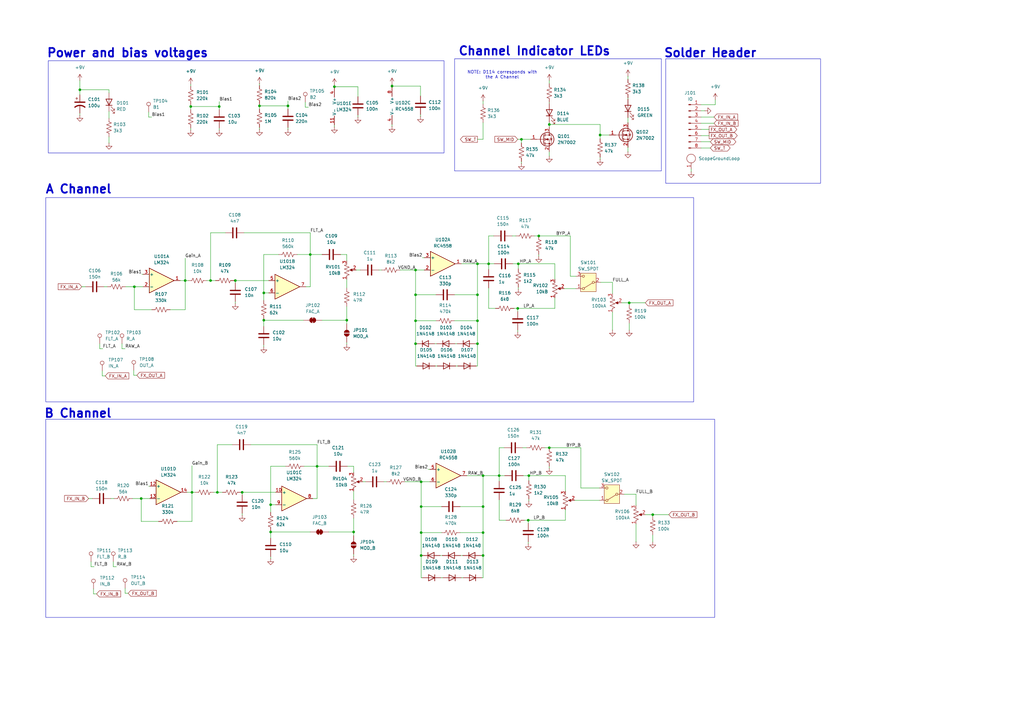
<source format=kicad_sch>
(kicad_sch (version 20231120) (generator "eeschema") (generator_version "8.0")
  (paper "A3")
  (title_block (title "Dual Muff Fuzz Pedal") (rev "3") (company "Hayden Setlik"))
  (junction (at 195.834 120.904))
  (junction (at 142.24 131.318))
  (junction (at 212.344 126.492))
  (junction (at 170.434 131.572))
  (junction (at 195.834 140.97))
  (junction (at 108.204 131.318))
  (junction (at 172.72 207.772))
  (junction (at 267.716 211.074))
  (junction (at 78.74 201.93))
  (junction (at 216.916 195.072))
  (junction (at 198.12 207.772))
  (junction (at 204.724 195.072))
  (junction (at 172.72 218.44))
  (junction (at 258.064 124.206))
  (junction (at 198.12 218.44))
  (junction (at 200.406 108.204))
  (junction (at 55.118 117.602))
  (junction (at 220.98 96.774))
  (junction (at 145.034 218.186))
  (junction (at 75.946 115.062))
  (junction (at 32.766 36.83))
  (junction (at 96.52 115.062))
  (junction (at 225.298 183.642))
  (junction (at 246.126 55.372))
  (junction (at 86.36 115.062))
  (junction (at 170.434 140.97))
  (junction (at 198.12 195.072))
  (junction (at 160.782 35.306))
  (junction (at 110.998 207.01))
  (junction (at 225.298 51.054))
  (junction (at 172.72 197.612))
  (junction (at 110.998 218.186))
  (junction (at 195.834 131.572))
  (junction (at 89.154 201.93))
  (junction (at 216.662 213.36))
  (junction (at 170.434 120.904))
  (junction (at 118.11 43.434))
  (junction (at 198.12 227.838))
  (junction (at 106.426 43.434))
  (junction (at 89.916 43.688))
  (junction (at 212.598 108.204))
  (junction (at 78.232 43.688))
  (junction (at 170.434 110.744))
  (junction (at 172.72 227.838))
  (junction (at 57.912 204.47))
  (junction (at 137.16 35.56))
  (junction (at 130.048 191.262))
  (junction (at 213.868 57.15))
  (junction (at 195.834 108.204))
  (junction (at 127.254 104.394))
  (junction (at 99.314 201.93))
  (junction (at 108.204 120.142))
  (wire (pts (xy 195.834 57.15) (xy 198.12 57.15)))
  (wire (pts (xy 121.92 104.394) (xy 127.254 104.394)))
  (wire (pts (xy 216.662 222.25) (xy 216.662 223.012)))
  (wire (pts (xy 130.048 204.47) (xy 128.27 204.47)))
  (wire (pts (xy 54.864 151.892) (xy 54.864 153.924)))
  (wire (pts (xy 210.82 126.492) (xy 212.344 126.492)))
  (wire (pts (xy 172.466 39.37) (xy 172.466 35.306)))
  (wire (pts (xy 78.232 34.544) (xy 78.232 35.306)))
  (wire (pts (xy 170.434 110.744) (xy 173.99 110.744)))
  (wire (pts (xy 227.584 126.492) (xy 212.344 126.492)))
  (wire (pts (xy 287.528 58.166) (xy 291.338 58.166)))
  (wire (pts (xy 108.204 131.318) (xy 124.46 131.318)))
  (wire (pts (xy 215.138 213.36) (xy 216.662 213.36)))
  (wire (pts (xy 231.902 209.042) (xy 231.902 213.36)))
  (wire (pts (xy 236.22 113.284) (xy 233.934 113.284)))
  (wire (pts (xy 106.426 52.324) (xy 106.426 53.086)))
  (wire (pts (xy 96.012 115.062) (xy 96.52 115.062)))
  (wire (pts (xy 216.916 195.072) (xy 216.916 197.104)))
  (wire (pts (xy 142.24 114.554) (xy 142.24 118.11)))
  (wire (pts (xy 225.298 191.262) (xy 225.298 192.024)))
  (wire (pts (xy 198.12 207.772) (xy 198.12 195.072)))
  (wire (pts (xy 212.344 126.492) (xy 212.344 127.762)))
  (wire (pts (xy 37.338 230.378) (xy 37.338 232.41)))
  (wire (pts (xy 225.298 41.91) (xy 225.298 42.418)))
  (wire (pts (xy 145.034 227.33) (xy 145.034 228.092)))
  (wire (pts (xy 110.998 191.262) (xy 117.094 191.262)))
  (wire (pts (xy 86.36 115.062) (xy 88.392 115.062)))
  (wire (pts (xy 216.916 204.724) (xy 216.916 205.486)))
  (wire (pts (xy 258.064 124.206) (xy 255.016 124.206)))
  (wire (pts (xy 46.482 230.378) (xy 46.482 232.41)))
  (wire (pts (xy 172.72 218.44) (xy 172.72 207.772)))
  (wire (pts (xy 148.844 197.612) (xy 149.86 197.612)))
  (wire (pts (xy 124.714 191.262) (xy 130.048 191.262)))
  (wire (pts (xy 293.37 40.894) (xy 293.37 42.926)))
  (wire (pts (xy 172.72 207.772) (xy 181.102 207.772)))
  (wire (pts (xy 118.11 44.704) (xy 118.11 43.434)))
  (wire (pts (xy 142.494 191.262) (xy 145.034 191.262)))
  (wire (pts (xy 98.806 201.93) (xy 99.314 201.93)))
  (wire (pts (xy 251.206 120.396) (xy 251.206 115.824)))
  (wire (pts (xy 118.11 43.434) (xy 106.426 43.434)))
  (wire (pts (xy 225.298 62.23) (xy 225.298 64.008)))
  (wire (pts (xy 172.72 227.838) (xy 172.72 218.44)))
  (wire (pts (xy 198.12 236.982) (xy 198.12 227.838)))
  (wire (pts (xy 44.704 38.1) (xy 44.704 36.83)))
  (wire (pts (xy 200.406 126.492) (xy 203.2 126.492)))
  (wire (pts (xy 197.612 236.982) (xy 198.12 236.982)))
  (wire (pts (xy 36.322 204.47) (xy 37.846 204.47)))
  (wire (pts (xy 137.16 35.56) (xy 137.16 36.068)))
  (wire (pts (xy 157.48 197.612) (xy 158.496 197.612)))
  (wire (pts (xy 231.902 213.36) (xy 216.662 213.36)))
  (wire (pts (xy 287.528 60.706) (xy 291.338 60.706)))
  (wire (pts (xy 180.848 236.982) (xy 181.61 236.982)))
  (wire (pts (xy 200.406 108.204) (xy 202.692 108.204)))
  (wire (pts (xy 245.872 205.232) (xy 235.712 205.232)))
  (wire (pts (xy 236.22 118.364) (xy 231.394 118.364)))
  (wire (pts (xy 96.52 123.698) (xy 96.52 124.46)))
  (wire (pts (xy 287.528 55.626) (xy 290.83 55.626)))
  (wire (pts (xy 257.556 48.26) (xy 257.556 50.292)))
  (wire (pts (xy 227.584 122.174) (xy 227.584 126.492)))
  (wire (pts (xy 89.154 201.93) (xy 91.186 201.93)))
  (wire (pts (xy 258.064 124.206) (xy 264.668 124.206)))
  (wire (pts (xy 75.946 115.062) (xy 77.216 115.062)))
  (wire (pts (xy 188.976 227.838) (xy 189.738 227.838)))
  (wire (pts (xy 258.064 124.968) (xy 258.064 124.206)))
  (wire (pts (xy 172.72 236.982) (xy 172.72 227.838)))
  (wire (pts (xy 189.23 236.982) (xy 189.992 236.982)))
  (wire (pts (xy 213.868 66.294) (xy 213.868 67.056)))
  (wire (pts (xy 87.63 201.93) (xy 89.154 201.93)))
  (wire (pts (xy 110.998 217.678) (xy 110.998 218.186)))
  (wire (pts (xy 78.232 42.926) (xy 78.232 43.688)))
  (wire (pts (xy 172.466 46.99) (xy 172.466 47.752)))
  (wire (pts (xy 33.528 117.602) (xy 35.052 117.602)))
  (wire (pts (xy 41.91 154.178) (xy 43.18 154.178)))
  (wire (pts (xy 146.812 35.56) (xy 137.16 35.56)))
  (wire (pts (xy 102.87 182.372) (xy 130.048 182.372)))
  (wire (pts (xy 110.998 210.058) (xy 110.998 207.01)))
  (wire (pts (xy 110.998 218.186) (xy 127.254 218.186)))
  (wire (pts (xy 75.946 105.918) (xy 75.946 115.062)))
  (wire (pts (xy 38.354 243.586) (xy 39.624 243.586)))
  (wire (pts (xy 50.038 140.97) (xy 50.038 143.002)))
  (wire (pts (xy 195.834 108.204) (xy 189.23 108.204)))
  (wire (pts (xy 170.434 150.114) (xy 170.434 140.97)))
  (wire (pts (xy 210.312 108.204) (xy 212.598 108.204)))
  (wire (pts (xy 204.724 213.36) (xy 207.518 213.36)))
  (wire (pts (xy 170.688 140.97) (xy 170.434 140.97)))
  (wire (pts (xy 32.766 46.482) (xy 32.766 47.244)))
  (wire (pts (xy 134.874 218.186) (xy 145.034 218.186)))
  (wire (pts (xy 78.232 43.688) (xy 78.232 44.958)))
  (wire (pts (xy 195.834 150.114) (xy 195.834 140.97)))
  (wire (pts (xy 195.834 140.97) (xy 195.834 131.572)))
  (wire (pts (xy 225.298 33.02) (xy 225.298 34.29)))
  (wire (pts (xy 233.934 96.774) (xy 220.98 96.774)))
  (wire (pts (xy 178.816 131.572) (xy 170.434 131.572)))
  (wire (pts (xy 160.782 51.054) (xy 160.782 51.816)))
  (wire (pts (xy 172.974 227.838) (xy 172.72 227.838)))
  (wire (pts (xy 108.204 120.142) (xy 108.204 104.394)))
  (wire (pts (xy 175.514 192.532) (xy 176.276 192.532)))
  (wire (pts (xy 132.08 131.318) (xy 142.24 131.318)))
  (wire (pts (xy 65.024 213.868) (xy 57.912 213.868)))
  (wire (pts (xy 172.72 197.612) (xy 176.276 197.612)))
  (wire (pts (xy 170.434 131.572) (xy 170.434 120.904)))
  (wire (pts (xy 204.724 195.072) (xy 204.724 197.358)))
  (wire (pts (xy 267.716 211.074) (xy 274.32 211.074)))
  (wire (pts (xy 173.228 105.664) (xy 173.99 105.664)))
  (wire (pts (xy 212.598 117.856) (xy 212.598 118.618)))
  (wire (pts (xy 257.556 31.242) (xy 257.556 32.512)))
  (wire (pts (xy 212.344 57.15) (xy 213.868 57.15)))
  (wire (pts (xy 51.308 243.332) (xy 52.578 243.332)))
  (wire (pts (xy 139.7 104.394) (xy 142.24 104.394)))
  (wire (pts (xy 60.96 48.006) (xy 62.23 48.006)))
  (wire (pts (xy 75.946 127) (xy 75.946 115.062)))
  (wire (pts (xy 293.37 42.926) (xy 287.528 42.926)))
  (wire (pts (xy 127.254 104.394) (xy 132.08 104.394)))
  (wire (pts (xy 78.74 201.93) (xy 80.01 201.93)))
  (wire (pts (xy 72.644 213.868) (xy 78.74 213.868)))
  (wire (pts (xy 178.308 140.97) (xy 179.07 140.97)))
  (wire (pts (xy 227.584 108.204) (xy 227.584 114.554)))
  (wire (pts (xy 257.556 40.132) (xy 257.556 40.64)))
  (wire (pts (xy 173.228 236.982) (xy 172.72 236.982)))
  (wire (pts (xy 220.98 104.394) (xy 220.98 105.156)))
  (wire (pts (xy 108.204 104.394) (xy 114.3 104.394)))
  (wire (pts (xy 110.998 207.01) (xy 110.998 191.262)))
  (wire (pts (xy 170.942 150.114) (xy 170.434 150.114)))
  (wire (pts (xy 42.672 117.602) (xy 43.942 117.602)))
  (wire (pts (xy 160.782 34.544) (xy 160.782 35.306)))
  (wire (pts (xy 75.946 115.062) (xy 73.914 115.062)))
  (wire (pts (xy 142.24 104.394) (xy 142.24 106.934)))
  (wire (pts (xy 78.74 191.008) (xy 78.74 201.93)))
  (wire (pts (xy 54.356 204.47) (xy 57.912 204.47)))
  (wire (pts (xy 40.894 143.002) (xy 42.164 143.002)))
  (wire (pts (xy 142.24 125.73) (xy 142.24 131.318)))
  (wire (pts (xy 146.812 39.624) (xy 146.812 35.56)))
  (wire (pts (xy 86.36 95.504) (xy 86.36 115.062)))
  (wire (pts (xy 142.24 131.318) (xy 142.24 132.842)))
  (wire (pts (xy 127.254 95.504) (xy 127.254 104.394)))
  (wire (pts (xy 216.662 213.36) (xy 216.662 214.63)))
  (wire (pts (xy 198.12 218.44) (xy 198.12 207.772)))
  (wire (pts (xy 213.868 57.15) (xy 213.868 58.674)))
  (wire (pts (xy 146.812 47.244) (xy 146.812 48.006)))
  (wire (pts (xy 155.448 110.744) (xy 156.464 110.744)))
  (wire (pts (xy 198.12 50.292) (xy 198.12 57.15)))
  (wire (pts (xy 238.252 183.642) (xy 225.298 183.642)))
  (wire (pts (xy 62.23 127) (xy 55.118 127)))
  (wire (pts (xy 210.058 96.774) (xy 211.582 96.774)))
  (wire (pts (xy 41.91 152.146) (xy 41.91 154.178)))
  (wire (pts (xy 246.126 55.372) (xy 246.126 51.054)))
  (wire (pts (xy 186.436 120.904) (xy 195.834 120.904)))
  (wire (pts (xy 32.766 36.83) (xy 44.704 36.83)))
  (wire (pts (xy 172.466 35.306) (xy 160.782 35.306)))
  (wire (pts (xy 89.916 41.656) (xy 89.916 43.688)))
  (wire (pts (xy 225.298 51.054) (xy 225.298 52.07)))
  (wire (pts (xy 287.528 53.086) (xy 290.83 53.086)))
  (wire (pts (xy 198.12 195.072) (xy 204.724 195.072)))
  (wire (pts (xy 108.204 130.81) (xy 108.204 131.318)))
  (wire (pts (xy 89.916 44.958) (xy 89.916 43.688)))
  (wire (pts (xy 283.464 69.342) (xy 283.464 70.358)))
  (wire (pts (xy 145.034 212.598) (xy 145.034 218.186)))
  (wire (pts (xy 233.934 113.284) (xy 233.934 96.774)))
  (wire (pts (xy 251.206 115.824) (xy 246.38 115.824)))
  (wire (pts (xy 55.118 127) (xy 55.118 117.602)))
  (wire (pts (xy 204.724 195.072) (xy 207.01 195.072)))
  (wire (pts (xy 58.166 112.522) (xy 58.674 112.522)))
  (wire (pts (xy 195.834 131.572) (xy 195.834 120.904)))
  (wire (pts (xy 217.678 57.15) (xy 213.868 57.15)))
  (wire (pts (xy 89.916 43.688) (xy 78.232 43.688)))
  (wire (pts (xy 127.254 104.394) (xy 127.254 117.602)))
  (wire (pts (xy 198.12 195.072) (xy 191.516 195.072)))
  (wire (pts (xy 118.11 41.402) (xy 118.11 43.434)))
  (wire (pts (xy 212.344 135.382) (xy 212.344 136.144)))
  (wire (pts (xy 231.902 195.072) (xy 231.902 201.422)))
  (wire (pts (xy 110.998 207.01) (xy 113.03 207.01)))
  (wire (pts (xy 267.716 219.456) (xy 267.716 222.25)))
  (wire (pts (xy 246.126 55.372) (xy 246.126 56.896)))
  (wire (pts (xy 54.864 153.924) (xy 56.134 153.924)))
  (wire (pts (xy 186.944 150.114) (xy 187.706 150.114)))
  (wire (pts (xy 100.076 95.504) (xy 127.254 95.504)))
  (wire (pts (xy 287.528 48.006) (xy 292.862 48.006)))
  (wire (pts (xy 219.202 96.774) (xy 220.98 96.774)))
  (wire (pts (xy 57.912 213.868) (xy 57.912 204.47)))
  (wire (pts (xy 195.326 150.114) (xy 195.834 150.114)))
  (wire (pts (xy 198.12 227.838) (xy 198.12 218.44)))
  (wire (pts (xy 216.916 195.072) (xy 231.902 195.072)))
  (wire (pts (xy 57.912 204.47) (xy 61.468 204.47)))
  (wire (pts (xy 287.528 45.466) (xy 289.052 45.466)))
  (wire (pts (xy 164.084 110.744) (xy 170.434 110.744)))
  (wire (pts (xy 125.222 43.942) (xy 126.492 43.942)))
  (wire (pts (xy 89.154 182.372) (xy 89.154 201.93)))
  (wire (pts (xy 245.872 200.152) (xy 238.252 200.152)))
  (wire (pts (xy 204.724 204.978) (xy 204.724 213.36)))
  (wire (pts (xy 197.358 227.838) (xy 198.12 227.838)))
  (wire (pts (xy 195.834 120.904) (xy 195.834 108.204)))
  (wire (pts (xy 200.406 108.204) (xy 200.406 110.49)))
  (wire (pts (xy 198.12 41.402) (xy 198.12 42.672)))
  (wire (pts (xy 106.426 43.434) (xy 106.426 44.704)))
  (wire (pts (xy 99.314 210.566) (xy 99.314 211.328)))
  (wire (pts (xy 96.52 115.062) (xy 96.52 116.078)))
  (wire (pts (xy 188.722 218.44) (xy 198.12 218.44)))
  (wire (pts (xy 246.126 51.054) (xy 225.298 51.054)))
  (wire (pts (xy 78.74 201.93) (xy 76.708 201.93)))
  (wire (pts (xy 130.048 191.262) (xy 134.874 191.262)))
  (wire (pts (xy 110.998 218.186) (xy 110.998 220.726)))
  (wire (pts (xy 32.766 33.02) (xy 32.766 36.83)))
  (wire (pts (xy 166.116 197.612) (xy 172.72 197.612)))
  (wire (pts (xy 50.038 143.002) (xy 51.308 143.002)))
  (wire (pts (xy 118.11 52.324) (xy 118.11 53.086)))
  (wire (pts (xy 127.254 117.602) (xy 125.476 117.602)))
  (wire (pts (xy 96.52 115.062) (xy 110.236 115.062)))
  (wire (pts (xy 44.704 56.134) (xy 44.704 58.674)))
  (wire (pts (xy 60.96 45.974) (xy 60.96 48.006)))
  (wire (pts (xy 145.034 191.262) (xy 145.034 193.802)))
  (wire (pts (xy 195.834 108.204) (xy 200.406 108.204)))
  (wire (pts (xy 130.048 191.262) (xy 130.048 204.47)))
  (wire (pts (xy 170.434 120.904) (xy 170.434 110.744)))
  (wire (pts (xy 214.63 195.072) (xy 216.916 195.072)))
  (wire (pts (xy 260.858 214.884) (xy 260.858 222.25)))
  (wire (pts (xy 180.594 227.838) (xy 181.356 227.838)))
  (wire (pts (xy 223.52 183.642) (xy 225.298 183.642)))
  (wire (pts (xy 200.406 96.774) (xy 200.406 108.204)))
  (wire (pts (xy 200.406 118.11) (xy 200.406 126.492)))
  (wire (pts (xy 188.722 207.772) (xy 198.12 207.772)))
  (wire (pts (xy 46.482 232.41) (xy 47.752 232.41)))
  (wire (pts (xy 106.426 42.672) (xy 106.426 43.434)))
  (wire (pts (xy 170.434 120.904) (xy 178.816 120.904)))
  (wire (pts (xy 251.206 128.016) (xy 251.206 135.382)))
  (wire (pts (xy 267.716 211.836) (xy 267.716 211.074)))
  (wire (pts (xy 108.204 120.142) (xy 110.236 120.142)))
  (wire (pts (xy 99.314 201.93) (xy 113.03 201.93)))
  (wire (pts (xy 212.598 108.204) (xy 212.598 110.236)))
  (wire (pts (xy 287.528 50.546) (xy 292.862 50.546)))
  (wire (pts (xy 108.204 141.478) (xy 108.204 142.24)))
  (wire (pts (xy 258.064 132.588) (xy 258.064 135.382)))
  (wire (pts (xy 257.556 60.452) (xy 257.556 62.23)))
  (wire (pts (xy 142.24 140.462) (xy 142.24 141.224)))
  (wire (pts (xy 160.782 35.306) (xy 160.782 35.814)))
  (wire (pts (xy 249.936 55.372) (xy 246.126 55.372)))
  (wire (pts (xy 51.308 241.3) (xy 51.308 243.332)))
  (wire (pts (xy 225.298 50.038) (xy 225.298 51.054)))
  (wire (pts (xy 106.426 34.29) (xy 106.426 35.052)))
  (wire (pts (xy 125.222 41.91) (xy 125.222 43.942)))
  (wire (pts (xy 95.25 182.372) (xy 89.154 182.372)))
  (wire (pts (xy 195.072 140.97) (xy 195.834 140.97)))
  (wire (pts (xy 170.434 140.97) (xy 170.434 131.572)))
  (wire (pts (xy 32.766 36.83) (xy 32.766 38.862)))
  (wire (pts (xy 44.704 45.72) (xy 44.704 48.514)))
  (wire (pts (xy 267.716 211.074) (xy 264.668 211.074)))
  (wire (pts (xy 260.858 207.264) (xy 260.858 202.692)))
  (wire (pts (xy 40.894 140.97) (xy 40.894 143.002)))
  (wire (pts (xy 69.85 127) (xy 75.946 127)))
  (wire (pts (xy 186.436 131.572) (xy 195.834 131.572)))
  (wire (pts (xy 204.724 183.642) (xy 204.724 195.072)))
  (wire (pts (xy 130.048 182.372) (xy 130.048 191.262)))
  (wire (pts (xy 99.314 201.93) (xy 99.314 202.946)))
  (wire (pts (xy 38.354 241.554) (xy 38.354 243.586)))
  (wire (pts (xy 212.598 108.204) (xy 227.584 108.204)))
  (wire (pts (xy 206.756 183.642) (xy 204.724 183.642)))
  (wire (pts (xy 108.204 123.19) (xy 108.204 120.142)))
  (wire (pts (xy 51.562 117.602) (xy 55.118 117.602)))
  (wire (pts (xy 238.252 200.152) (xy 238.252 183.642)))
  (wire (pts (xy 37.338 232.41) (xy 38.608 232.41)))
  (wire (pts (xy 89.916 52.578) (xy 89.916 53.34)))
  (wire (pts (xy 214.376 183.642) (xy 215.9 183.642)))
  (wire (pts (xy 55.118 117.602) (xy 58.674 117.602)))
  (wire (pts (xy 260.858 202.692) (xy 256.032 202.692)))
  (wire (pts (xy 78.232 52.578) (xy 78.232 53.34)))
  (wire (pts (xy 202.438 96.774) (xy 200.406 96.774)))
  (wire (pts (xy 186.69 140.97) (xy 187.452 140.97)))
  (wire (pts (xy 110.998 228.346) (xy 110.998 229.108)))
  (wire (pts (xy 172.72 207.772) (xy 172.72 197.612)))
  (wire (pts (xy 181.102 218.44) (xy 172.72 218.44)))
  (wire (pts (xy 45.466 204.47) (xy 46.736 204.47)))
  (wire (pts (xy 145.034 201.422) (xy 145.034 204.978)))
  (wire (pts (xy 178.562 150.114) (xy 179.324 150.114)))
  (wire (pts (xy 108.204 131.318) (xy 108.204 133.858)))
  (wire (pts (xy 60.96 199.39) (xy 61.468 199.39)))
  (wire (pts (xy 246.126 64.516) (xy 246.126 65.278)))
  (wire (pts (xy 84.836 115.062) (xy 86.36 115.062)))
  (wire (pts (xy 92.456 95.504) (xy 86.36 95.504)))
  (wire (pts (xy 78.74 201.93) (xy 78.74 213.868)))
  (wire (pts (xy 137.16 51.308) (xy 137.16 52.07)))
  (wire (pts (xy 137.16 34.798) (xy 137.16 35.56)))
  (wire (pts (xy 146.05 110.744) (xy 147.828 110.744)))
  (wire (pts (xy 145.034 218.186) (xy 145.034 219.71)))
  (rectangle (start 18.796 81.026) (end 284.48 164.846))
  (rectangle (start 19.812 24.892) (end 182.118 62.738))
  (rectangle (start 186.436 24.13) (end 271.272 70.104))
  (rectangle (start 273.05 24.13) (end 336.55 75.184))
  (rectangle (start 18.796 171.958) (end 293.116 253.238))
  (text "Solder Header" (at 291.338 21.844 0) (effects (font (size 3.5 3.5) (thickness 0.7) (bold yes))))
  (text "NOTE: D114 corresponds with\nthe A Channel" (at 205.994 30.734 0) (effects (font (size 1.27 1.27))))
  (text "Power and bias voltages" (at 52.324 21.844 0) (effects (font (size 3.5 3.5) (thickness 0.7) (bold yes))))
  (text "Channel Indicator LEDs" (at 219.202 21.082 0) (effects (font (size 3.5 3.5) (thickness 0.7) (bold yes))))
  (text "A Channel" (at 32.258 77.724 0) (effects (font (size 3.5 3.5) (thickness 0.7) (bold yes))))
  (text "B Channel" (at 32.004 169.672 0) (effects (font (size 3.5 3.5) (thickness 0.7) (bold yes))))
  (label "Bias1" (at 60.96 199.39 180))
  (label "Bias2" (at 175.514 192.532 180))
  (label "VGND_A" (at 170.434 110.744 180))
  (label "Bias2" (at 173.228 105.664 180))
  (label "FULL_B" (at 260.858 202.692 0))
  (label "BYP_A" (at 233.934 96.774 180))
  (label "RAW_A" (at 195.834 108.204 180))
  (label "Bias1" (at 58.166 112.522 180))
  (label "Bias2" (at 118.11 41.402 0))
  (label "Bias1" (at 89.916 41.656 0))
  (label "FULL_A" (at 251.206 115.824 0))
  (label "HP_A" (at 217.932 108.204 180))
  (label "BYP_B" (at 238.252 183.642 180))
  (label "VGND_B" (at 172.72 197.612 180))
  (label "RAW_B" (at 47.752 232.41 0))
  (label "Gain_A" (at 75.946 105.918 0))
  (label "RAW_A" (at 51.308 143.002 0))
  (label "HP_B" (at 222.25 195.072 180))
  (label "Bias1" (at 62.23 48.006 0))
  (label "Gain_B" (at 78.74 191.008 0))
  (label "FLT_B" (at 38.608 232.41 0))
  (label "FLT_A" (at 127.254 95.504 0))
  (label "LP_B" (at 223.52 213.36 180))
  (label "FLT_A" (at 42.164 143.002 0))
  (label "LP_A" (at 219.202 126.492 180))
  (label "Bias2" (at 126.492 43.942 0))
  (label "FLT_B" (at 130.048 182.372 0))
  (label "RAW_B" (at 198.12 195.072 180))
  (global_label "SW_T" (shape output) (at 195.834 57.15 180) (property "Intersheetrefs" "${INTERSHEET_REFS}" (effects (hide yes))))
  (global_label "FX_OUT_A" (shape input) (at 56.134 153.924 0) (property "Intersheetrefs" "${INTERSHEET_REFS}" (effects (hide yes))))
  (global_label "SW_MID" (shape bidirectional) (at 291.338 58.166 0) (property "Intersheetrefs" "${INTERSHEET_REFS}" (effects (hide yes))))
  (global_label "SW_T" (shape bidirectional) (at 291.338 60.706 0) (property "Intersheetrefs" "${INTERSHEET_REFS}" (effects (hide yes))))
  (global_label "FX_IN_A" (shape input) (at 33.528 117.602 180) (property "Intersheetrefs" "${INTERSHEET_REFS}" (effects (hide yes))))
  (global_label "FX_IN_A" (shape input) (at 292.862 48.006 0) (property "Intersheetrefs" "${INTERSHEET_REFS}" (effects (hide yes))))
  (global_label "FX_IN_A" (shape input) (at 43.18 154.178 0) (property "Intersheetrefs" "${INTERSHEET_REFS}" (effects (hide yes))))
  (global_label "FX_OUT_A" (shape input) (at 264.668 124.206 0) (property "Intersheetrefs" "${INTERSHEET_REFS}" (effects (hide yes))))
  (global_label "FX_OUT_A" (shape output) (at 290.83 53.086 0) (property "Intersheetrefs" "${INTERSHEET_REFS}" (effects (hide yes))))
  (global_label "FX_IN_B" (shape input) (at 39.624 243.586 0) (property "Intersheetrefs" "${INTERSHEET_REFS}" (effects (hide yes))))
  (global_label "FX_IN_B" (shape input) (at 36.322 204.47 180) (property "Intersheetrefs" "${INTERSHEET_REFS}" (effects (hide yes))))
  (global_label "FX_IN_B" (shape input) (at 292.862 50.546 0) (property "Intersheetrefs" "${INTERSHEET_REFS}" (effects (hide yes))))
  (global_label "FX_OUT_B" (shape input) (at 52.578 243.332 0) (property "Intersheetrefs" "${INTERSHEET_REFS}" (effects (hide yes))))
  (global_label "SW_MID" (shape input) (at 212.344 57.15 180) (property "Intersheetrefs" "${INTERSHEET_REFS}" (effects (hide yes))))
  (global_label "FX_OUT_B" (shape input) (at 274.32 211.074 0) (property "Intersheetrefs" "${INTERSHEET_REFS}" (effects (hide yes))))
  (global_label "FX_OUT_B" (shape output) (at 290.83 55.626 0) (property "Intersheetrefs" "${INTERSHEET_REFS}" (effects (hide yes))))
  (symbol (lib_id "Device:C") (at 200.406 114.3 0) (unit 1)
    (property "Reference" "C116" (at 204.47 113.0299 0) (effects (justify left)))
    (property "Value" "1u" (at 204.47 115.5699 0) (effects (justify left)))
    (property "Footprint" "Capacitor_SMD:C_0805_2012Metric" (effects (hide yes)))
    (property "Description" "Unpolarized capacitor" (effects (hide yes)))
  )
  (symbol (lib_id "power:GND") (at 32.766 47.244 0) (unit 1)
    (property "Reference" "#PWR0102" (effects (hide yes)))
    (property "Value" "GND" (effects (hide yes)))
    (property "Description" "Power symbol creates a global label with name \"GND\" , ground" (effects (hide yes)))
  )
  (symbol (lib_id "Device:R_US") (at 68.834 213.868 90) (unit 1)
    (property "Reference" "R121" (at 68.834 207.518 90))
    (property "Value" "330k" (at 68.834 210.058 90))
    (property "Footprint" "Resistor_SMD:R_0805_2012Metric" (effects (hide yes)))
    (property "Description" "Resistor, US symbol" (effects (hide yes)))
  )
  (symbol (lib_id "Jumper:SolderJumper_2_Open") (at 142.24 136.652 90) (unit 1) (exclude_from_sim yes) (in_bom no)
    (property "Reference" "JP101" (at 144.78 135.3819 90) (effects (justify right)))
    (property "Value" "MOD_A" (at 144.78 137.9219 90) (effects (justify right)))
    (property "Footprint" "Jumper:SolderJumper-2_P1.3mm_Open_Pad1.0x1.5mm" (effects (hide yes)))
    (property "Description" "Solder Jumper, 2-pole, open" (effects (hide yes)))
  )
  (symbol (lib_id "power:GND") (at 216.662 223.012 0) (unit 1)
    (property "Reference" "#PWR0128" (effects (hide yes)))
    (property "Value" "GND" (effects (hide yes)))
    (property "Description" "Power symbol creates a global label with name \"GND\" , ground" (effects (hide yes)))
  )
  (symbol (lib_id "power:+9V") (at 32.766 33.02 0) (unit 1)
    (property "Reference" "#PWR0101" (effects (hide yes)))
    (property "Value" "+9V" (at 32.766 27.686 0))
    (property "Description" "Power symbol creates a global label with name \"+9V\"" (effects (hide yes)))
  )
  (symbol (lib_id "Diode:1N4148") (at 174.752 150.114 0) (mirror y) (unit 1)
    (property "Reference" "D105" (at 174.752 143.51 0))
    (property "Value" "1N4148" (at 174.752 146.05 0))
    (property "Footprint" "Diode_SMD:D_SOD-123" (effects (hide yes)))
    (property "Datasheet" "https://assets.nexperia.com/documents/data-sheet/1N4148_1N4448.pdf" (effects (hide yes)))
    (property "Description" "100V 0.15A standard switching diode, DO-35" (effects (hide yes)))
    (property "Sim.Device" "D" (effects (hide yes)))
    (property "Sim.Pins" "1=K 2=A" (effects (hide yes)))
  )
  (symbol (lib_id "power:GND") (at 78.232 53.34 0) (unit 1)
    (property "Reference" "#PWR0107" (effects (hide yes)))
    (property "Value" "GND" (effects (hide yes)))
    (property "Description" "Power symbol creates a global label with name \"GND\" , ground" (effects (hide yes)))
  )
  (symbol (lib_id "Device:C") (at 212.344 131.572 0) (unit 1)
    (property "Reference" "C117" (at 215.9 130.3019 0) (effects (justify left)))
    (property "Value" "100n" (at 215.9 132.8419 0) (effects (justify left)))
    (property "Footprint" "Capacitor_SMD:C_0805_2012Metric" (effects (hide yes)))
    (property "Description" "Unpolarized capacitor" (effects (hide yes)))
  )
  (symbol (lib_id "power:GND") (at 267.716 222.25 0) (unit 1)
    (property "Reference" "#PWR0132" (effects (hide yes)))
    (property "Value" "GND" (effects (hide yes)))
    (property "Description" "Power symbol creates a global label with name \"GND\" , ground" (effects (hide yes)))
  )
  (symbol (lib_id "Device:R_US") (at 207.01 126.492 90) (unit 1)
    (property "Reference" "R116" (at 207.01 120.142 90))
    (property "Value" "6k8" (at 207.01 122.682 90))
    (property "Footprint" "Resistor_SMD:R_0805_2012Metric" (effects (hide yes)))
    (property "Description" "Resistor, US symbol" (effects (hide yes)))
  )
  (symbol (lib_id "Amplifier_Operational:RC4558") (at 183.896 195.072 0) (unit 2)
    (property "Reference" "U102" (at 183.896 185.166 0))
    (property "Value" "RC4558" (at 183.896 187.706 0))
    (property "Footprint" "Package_DIP:DIP-8_W7.62mm" (effects (hide yes)))
    (property "Datasheet" "http://www.ti.com/lit/ds/symlink/rc4558.pdf" (effects (hide yes)))
    (property "Description" "Dual General Purpose, Operational Amplifier, DIP-8/SOIC-8/SSOP-8" (effects (hide yes)))
  )
  (symbol (lib_id "power:GND") (at 246.126 65.278 0) (unit 1)
    (property "Reference" "#PWR0137" (effects (hide yes)))
    (property "Value" "GND" (effects (hide yes)))
    (property "Description" "Power symbol creates a global label with name \"GND\" , ground" (effects (hide yes)))
  )
  (symbol (lib_id "Diode:1N4148") (at 191.262 140.97 0) (unit 1)
    (property "Reference" "D104" (at 191.262 134.366 0))
    (property "Value" "1N4148" (at 191.262 136.906 0))
    (property "Footprint" "Diode_SMD:D_SOD-123" (effects (hide yes)))
    (property "Datasheet" "https://assets.nexperia.com/documents/data-sheet/1N4148_1N4448.pdf" (effects (hide yes)))
    (property "Description" "100V 0.15A standard switching diode, DO-35" (effects (hide yes)))
    (property "Sim.Device" "D" (effects (hide yes)))
    (property "Sim.Pins" "1=K 2=A" (effects (hide yes)))
  )
  (symbol (lib_id "power:GND") (at 225.298 192.024 0) (unit 1)
    (property "Reference" "#PWR0130" (effects (hide yes)))
    (property "Value" "GND" (effects (hide yes)))
    (property "Description" "Power symbol creates a global label with name \"GND\" , ground" (effects (hide yes)))
  )
  (symbol (lib_id "Device:R_US") (at 50.546 204.47 90) (unit 1)
    (property "Reference" "R120" (at 50.546 199.136 90))
    (property "Value" "56k" (at 50.546 201.676 90))
    (property "Footprint" "Resistor_SMD:R_0805_2012Metric" (effects (hide yes)))
    (property "Description" "Resistor, US symbol" (effects (hide yes)))
  )
  (symbol (lib_id "Device:C") (at 96.52 119.888 0) (unit 1)
    (property "Reference" "C107" (at 100.33 118.6179 0) (effects (justify left)))
    (property "Value" "10n" (at 100.33 121.1579 0) (effects (justify left)))
    (property "Footprint" "Capacitor_SMD:C_0805_2012Metric" (effects (hide yes)))
    (property "Description" "Unpolarized capacitor" (effects (hide yes)))
  )
  (symbol (lib_id "Device:C") (at 153.67 197.612 90) (unit 1)
    (property "Reference" "C123" (at 153.67 190.5 90))
    (property "Value" "1u" (at 153.67 193.04 90))
    (property "Footprint" "Capacitor_SMD:C_0805_2012Metric" (effects (hide yes)))
    (property "Description" "Unpolarized capacitor" (effects (hide yes)))
  )
  (symbol (lib_id "Device:R_US") (at 211.328 213.36 90) (unit 1)
    (property "Reference" "R129" (at 211.328 207.01 90))
    (property "Value" "6k8" (at 211.328 209.55 90))
    (property "Footprint" "Resistor_SMD:R_0805_2012Metric" (effects (hide yes)))
    (property "Description" "Resistor, US symbol" (effects (hide yes)))
  )
  (symbol (lib_id "power:GND") (at 220.98 105.156 0) (unit 1)
    (property "Reference" "#PWR0122" (effects (hide yes)))
    (property "Value" "GND" (effects (hide yes)))
    (property "Description" "Power symbol creates a global label with name \"GND\" , ground" (effects (hide yes)))
  )
  (symbol (lib_id "Device:R_US") (at 120.904 191.262 90) (unit 1)
    (property "Reference" "R125" (at 120.904 185.42 90))
    (property "Value" "560k" (at 120.904 187.96 90))
    (property "Footprint" "Resistor_SMD:R_0805_2012Metric" (effects (hide yes)))
    (property "Description" "Resistor, US symbol" (effects (hide yes)))
  )
  (symbol (lib_id "power:GND") (at 160.782 51.816 0) (unit 1)
    (property "Reference" "#PWR0118" (effects (hide yes)))
    (property "Value" "GND" (effects (hide yes)))
    (property "Description" "Power symbol creates a global label with name \"GND\" , ground" (effects (hide yes)))
  )
  (symbol (lib_id "Device:R_US") (at 219.71 183.642 90) (unit 1)
    (property "Reference" "R131" (at 219.71 177.292 90))
    (property "Value" "47k" (at 219.71 179.832 90))
    (property "Footprint" "Resistor_SMD:R_0805_2012Metric" (effects (hide yes)))
    (property "Description" "Resistor, US symbol" (effects (hide yes)))
  )
  (symbol (lib_id "power:GND") (at 212.344 136.144 0) (unit 1)
    (property "Reference" "#PWR0121" (effects (hide yes)))
    (property "Value" "GND" (effects (hide yes)))
    (property "Description" "Power symbol creates a global label with name \"GND\" , ground" (effects (hide yes)))
  )
  (symbol (lib_id "power:GND") (at 289.052 45.466 90) (unit 1)
    (property "Reference" "#PWR0141" (effects (hide yes)))
    (property "Value" "GND" (effects (hide yes)))
    (property "Description" "Power symbol creates a global label with name \"GND\" , ground" (effects (hide yes)))
  )
  (symbol (lib_id "Diode:1N4148") (at 174.498 140.97 0) (unit 1)
    (property "Reference" "D102" (at 174.498 134.366 0))
    (property "Value" "1N4148" (at 174.498 136.906 0))
    (property "Footprint" "Diode_SMD:D_SOD-123" (effects (hide yes)))
    (property "Datasheet" "https://assets.nexperia.com/documents/data-sheet/1N4148_1N4448.pdf" (effects (hide yes)))
    (property "Description" "100V 0.15A standard switching diode, DO-35" (effects (hide yes)))
    (property "Sim.Device" "D" (effects (hide yes)))
    (property "Sim.Pins" "1=K 2=A" (effects (hide yes)))
  )
  (symbol (lib_id "Device:R_US") (at 160.274 110.744 90) (unit 1)
    (property "Reference" "R113" (at 160.274 104.902 90))
    (property "Value" "8k2" (at 160.274 107.442 90))
    (property "Footprint" "Resistor_SMD:R_0805_2012Metric" (effects (hide yes)))
    (property "Description" "Resistor, US symbol" (effects (hide yes)))
  )
  (symbol (lib_id "Device:C") (at 89.916 48.768 0) (unit 1)
    (property "Reference" "C103" (at 93.472 47.4979 0) (effects (justify left)))
    (property "Value" "10u" (at 93.472 50.0379 0) (effects (justify left)))
    (property "Footprint" "Capacitor_SMD:C_0805_2012Metric" (effects (hide yes)))
    (property "Description" "Unpolarized capacitor" (effects (hide yes)))
  )
  (symbol (lib_id "Jumper:SolderJumper_2_Open") (at 145.034 223.52 90) (unit 1) (exclude_from_sim yes) (in_bom no)
    (property "Reference" "JP104" (at 147.574 222.2499 90) (effects (justify right)))
    (property "Value" "MOD_B" (at 147.574 224.7899 90) (effects (justify right)))
    (property "Footprint" "Jumper:SolderJumper-2_P1.3mm_Open_Pad1.0x1.5mm" (effects (hide yes)))
    (property "Description" "Solder Jumper, 2-pole, open" (effects (hide yes)))
  )
  (symbol (lib_id "Device:R_Potentiometer_US") (at 251.206 124.206 0) (mirror x) (unit 1)
    (property "Reference" "RV103" (at 248.666 122.9359 0) (effects (justify right)))
    (property "Value" "100kA" (at 248.666 125.4759 0) (effects (justify right)))
    (property "Footprint" "Potentiometer_THT:Potentiometer_Alpha_RD901F-40-00D_Single_Vertical_CircularHoles" (effects (hide yes)))
    (property "Description" "Potentiometer, US symbol" (effects (hide yes)))
  )
  (symbol (lib_id "power:GND") (at 99.314 211.328 0) (unit 1)
    (property "Reference" "#PWR0125" (effects (hide yes)))
    (property "Value" "GND" (effects (hide yes)))
    (property "Description" "Power symbol creates a global label with name \"GND\" , ground" (effects (hide yes)))
  )
  (symbol (lib_id "Device:R_US") (at 78.232 48.768 180) (unit 1)
    (property "Reference" "R102" (at 80.518 47.4979 0) (effects (justify right)))
    (property "Value" "220k" (at 80.518 50.0379 0) (effects (justify right)))
    (property "Footprint" "Resistor_SMD:R_0805_2012Metric" (effects (hide yes)))
    (property "Description" "Resistor, US symbol" (effects (hide yes)))
  )
  (symbol (lib_id "Device:R_US") (at 212.598 114.046 0) (unit 1)
    (property "Reference" "R115" (at 214.63 112.7759 0) (effects (justify left)))
    (property "Value" "1k2" (at 214.63 115.3159 0) (effects (justify left)))
    (property "Footprint" "Resistor_SMD:R_0805_2012Metric" (effects (hide yes)))
    (property "Description" "Resistor, US symbol" (effects (hide yes)))
  )
  (symbol (lib_id "Device:C") (at 108.204 137.668 0) (unit 1)
    (property "Reference" "C102" (at 111.76 136.3979 0) (effects (justify left)))
    (property "Value" "10u" (at 111.76 138.9379 0) (effects (justify left)))
    (property "Footprint" "Capacitor_SMD:C_0805_2012Metric" (effects (hide yes)))
    (property "Description" "Unpolarized capacitor" (effects (hide yes)))
  )
  (symbol (lib_id "Device:C") (at 206.248 96.774 90) (unit 1)
    (property "Reference" "C115" (at 206.248 89.408 90))
    (property "Value" "150n" (at 206.248 91.948 90))
    (property "Footprint" "Capacitor_SMD:C_0805_2012Metric" (effects (hide yes)))
    (property "Description" "Unpolarized capacitor" (effects (hide yes)))
  )
  (symbol (lib_id "power:GND") (at 137.16 52.07 0) (unit 1)
    (property "Reference" "#PWR0112" (effects (hide yes)))
    (property "Value" "GND" (effects (hide yes)))
    (property "Description" "Power symbol creates a global label with name \"GND\" , ground" (effects (hide yes)))
  )
  (symbol (lib_id "Diode:1N4148") (at 185.42 236.982 0) (mirror y) (unit 1)
    (property "Reference" "D111" (at 185.42 230.378 0))
    (property "Value" "1N4148" (at 185.42 232.918 0))
    (property "Footprint" "Diode_SMD:D_SOD-123" (effects (hide yes)))
    (property "Datasheet" "https://assets.nexperia.com/documents/data-sheet/1N4148_1N4448.pdf" (effects (hide yes)))
    (property "Description" "100V 0.15A standard switching diode, DO-35" (effects (hide yes)))
    (property "Sim.Device" "D" (effects (hide yes)))
    (property "Sim.Pins" "1=K 2=A" (effects (hide yes)))
  )
  (symbol (lib_id "power:GND") (at 110.998 229.108 0) (unit 1)
    (property "Reference" "#PWR0126" (effects (hide yes)))
    (property "Value" "GND" (effects (hide yes)))
    (property "Description" "Power symbol creates a global label with name \"GND\" , ground" (effects (hide yes)))
  )
  (symbol (lib_id "Device:C") (at 99.06 182.372 90) (unit 1)
    (property "Reference" "C119" (at 99.06 175.006 90))
    (property "Value" "4n7" (at 99.06 177.546 90))
    (property "Footprint" "Capacitor_SMD:C_0805_2012Metric" (effects (hide yes)))
    (property "Description" "Unpolarized capacitor" (effects (hide yes)))
  )
  (symbol (lib_id "Device:R_US") (at 92.202 115.062 90) (unit 1)
    (property "Reference" "R109" (at 92.202 108.712 90))
    (property "Value" "47k" (at 92.202 111.252 90))
    (property "Footprint" "Resistor_SMD:R_0805_2012Metric" (effects (hide yes)))
    (property "Description" "Resistor, US symbol" (effects (hide yes)))
  )
  (symbol (lib_id "Device:R_US") (at 108.204 127 0) (unit 1)
    (property "Reference" "R111" (at 110.49 125.7299 0) (effects (justify left)))
    (property "Value" "62k" (at 110.49 128.2699 0) (effects (justify left)))
    (property "Footprint" "Resistor_SMD:R_0805_2012Metric" (effects (hide yes)))
    (property "Description" "Resistor, US symbol" (effects (hide yes)))
  )
  (symbol (lib_id "Jumper:SolderJumper_2_Bridged") (at 128.27 131.318 0) (unit 1) (exclude_from_sim yes) (in_bom no)
    (property "Reference" "JP102" (at 128.27 125.222 0))
    (property "Value" "FAC_A" (at 128.27 127.762 0))
    (property "Footprint" "Jumper:SolderJumper-2_P1.3mm_Bridged_Pad1.0x1.5mm" (effects (hide yes)))
    (property "Description" "Solder Jumper, 2-pole, closed/bridged" (effects (hide yes)))
  )
  (symbol (lib_id "Connector:TestPoint") (at 125.222 41.91 0) (unit 1) (in_bom no)
    (property "Reference" "TP105" (at 127 37.3379 0) (effects (justify left)))
    (property "Value" "B2" (at 127 39.8779 0) (effects (justify left)))
    (property "Footprint" "TestPoint:TestPoint_THTPad_D2.0mm_Drill1.0mm_VAL" (effects (hide yes)))
    (property "Description" "test point" (effects (hide yes)))
  )
  (symbol (lib_id "Diode:1N4148") (at 193.548 227.838 0) (unit 1)
    (property "Reference" "D112" (at 193.548 221.234 0))
    (property "Value" "1N4148" (at 193.548 223.774 0))
    (property "Footprint" "Diode_SMD:D_SOD-123" (effects (hide yes)))
    (property "Datasheet" "https://assets.nexperia.com/documents/data-sheet/1N4148_1N4448.pdf" (effects (hide yes)))
    (property "Description" "100V 0.15A standard switching diode, DO-35" (effects (hide yes)))
    (property "Sim.Device" "D" (effects (hide yes)))
    (property "Sim.Pins" "1=K 2=A" (effects (hide yes)))
  )
  (symbol (lib_id "power:GND") (at 145.034 228.092 0) (unit 1)
    (property "Reference" "#PWR0127" (effects (hide yes)))
    (property "Value" "GND" (effects (hide yes)))
    (property "Description" "Power symbol creates a global label with name \"GND\" , ground" (effects (hide yes)))
  )
  (symbol (lib_id "power:GND") (at 216.916 205.486 0) (unit 1)
    (property "Reference" "#PWR0129" (effects (hide yes)))
    (property "Value" "GND" (effects (hide yes)))
    (property "Description" "Power symbol creates a global label with name \"GND\" , ground" (effects (hide yes)))
  )
  (symbol (lib_id "power:GND") (at 96.52 124.46 0) (unit 1)
    (property "Reference" "#PWR0114" (effects (hide yes)))
    (property "Value" "GND" (effects (hide yes)))
    (property "Description" "Power symbol creates a global label with name \"GND\" , ground" (effects (hide yes)))
  )
  (symbol (lib_id "power:GND") (at 212.598 118.618 0) (unit 1)
    (property "Reference" "#PWR0120" (effects (hide yes)))
    (property "Value" "GND" (effects (hide yes)))
    (property "Description" "Power symbol creates a global label with name \"GND\" , ground" (effects (hide yes)))
  )
  (symbol (lib_id "Transistor_FET:2N7002") (at 255.016 55.372 0) (unit 1)
    (property "Reference" "Q102" (at 260.858 54.1019 0) (effects (justify left)))
    (property "Value" "2N7002" (at 260.858 56.6419 0) (effects (justify left)))
    (property "Footprint" "Package_TO_SOT_SMD:SOT-23" (effects (hide yes)))
    (property "Datasheet" "https://www.onsemi.com/pub/Collateral/NDS7002A-D.PDF" (effects (hide yes)))
    (property "Description" "0.115A Id, 60V Vds, N-Channel MOSFET, SOT-23" (effects (hide yes)))
  )
  (symbol (lib_id "power:+9V") (at 160.782 34.544 0) (unit 1)
    (property "Reference" "#PWR0117" (effects (hide yes)))
    (property "Value" "+9V" (at 160.782 29.21 0))
    (property "Description" "Power symbol creates a global label with name \"+9V\"" (effects (hide yes)))
  )
  (symbol (lib_id "Device:R_US") (at 213.868 62.484 180) (unit 1)
    (property "Reference" "R135" (at 215.646 61.2139 0) (effects (justify right)))
    (property "Value" "47k" (at 215.646 63.7539 0) (effects (justify right)))
    (property "Footprint" "Resistor_SMD:R_0805_2012Metric" (effects (hide yes)))
    (property "Description" "Resistor, US symbol" (effects (hide yes)))
  )
  (symbol (lib_id "Device:C") (at 96.266 95.504 90) (unit 1)
    (property "Reference" "C108" (at 96.266 88.138 90))
    (property "Value" "4n7" (at 96.266 90.678 90))
    (property "Footprint" "Capacitor_SMD:C_0805_2012Metric" (effects (hide yes)))
    (property "Description" "Unpolarized capacitor" (effects (hide yes)))
  )
  (symbol (lib_id "Device:R_Potentiometer_US") (at 227.584 118.364 0) (mirror x) (unit 1)
    (property "Reference" "RV102" (at 224.79 117.0939 0) (effects (justify right)))
    (property "Value" "10kB" (at 224.79 119.6339 0) (effects (justify right)))
    (property "Footprint" "Potentiometer_THT:Potentiometer_Alpha_RD901F-40-00D_Single_Vertical_CircularHoles" (effects (hide yes)))
    (property "Description" "Potentiometer, US symbol" (effects (hide yes)))
  )
  (symbol (lib_id "power:GND") (at 258.064 135.382 0) (unit 1)
    (property "Reference" "#PWR0124" (effects (hide yes)))
    (property "Value" "GND" (effects (hide yes)))
    (property "Description" "Power symbol creates a global label with name \"GND\" , ground" (effects (hide yes)))
  )
  (symbol (lib_id "Device:R_US") (at 246.126 60.706 180) (unit 1)
    (property "Reference" "R137" (at 247.904 59.4359 0) (effects (justify right)))
    (property "Value" "47k" (at 247.904 61.9759 0) (effects (justify right)))
    (property "Footprint" "Resistor_SMD:R_0805_2012Metric" (effects (hide yes)))
    (property "Description" "Resistor, US symbol" (effects (hide yes)))
  )
  (symbol (lib_id "Device:LED") (at 257.556 44.45 90) (unit 1)
    (property "Reference" "D115" (at 261.366 44.7674 90) (effects (justify right)))
    (property "Value" "GREEN" (at 261.366 47.3074 90) (effects (justify right)))
    (property "Footprint" "LED_THT:LED_D3.0mm" (effects (hide yes)))
    (property "Description" "Light emitting diode" (effects (hide yes)))
  )
  (symbol (lib_id "Device:R_US") (at 267.716 215.646 0) (unit 1)
    (property "Reference" "R133" (at 269.748 214.3759 0) (effects (justify left)))
    (property "Value" "100k" (at 269.748 216.9159 0) (effects (justify left)))
    (property "Footprint" "Resistor_SMD:R_0805_2012Metric" (effects (hide yes)))
    (property "Description" "Resistor, US symbol" (effects (hide yes)))
  )
  (symbol (lib_id "Device:R_Potentiometer_US") (at 142.24 110.744 0) (mirror x) (unit 1)
    (property "Reference" "RV101" (at 139.7 109.4739 0) (effects (justify right)))
    (property "Value" "10kB" (at 139.7 112.0139 0) (effects (justify right)))
    (property "Footprint" "Potentiometer_THT:Potentiometer_Alpha_RD901F-40-00D_Single_Vertical_CircularHoles" (effects (hide yes)))
    (property "Description" "Potentiometer, US symbol" (effects (hide yes)))
  )
  (symbol (lib_id "Device:C") (at 216.662 218.44 0) (unit 1)
    (property "Reference" "C128" (at 220.218 217.1699 0) (effects (justify left)))
    (property "Value" "100n" (at 220.218 219.7099 0) (effects (justify left)))
    (property "Footprint" "Capacitor_SMD:C_0805_2012Metric" (effects (hide yes)))
    (property "Description" "Unpolarized capacitor" (effects (hide yes)))
  )
  (symbol (lib_id "Switch:SW_SPDT") (at 241.3 115.824 180) (unit 1)
    (property "Reference" "SW101" (at 241.3 107.696 0))
    (property "Value" "SW_SPDT" (at 241.3 110.236 0))
    (property "Footprint" "PCM_4ms_Switch:Switch_Toggle_SPDT_Mini_SolderLug" (effects (hide yes)))
    (property "Description" "Switch, single pole double throw" (effects (hide yes)))
  )
  (symbol (lib_id "Amplifier_Operational:LM324") (at 69.088 201.93 0) (unit 4)
    (property "Reference" "U101" (at 69.088 192.278 0))
    (property "Value" "LM324" (at 69.088 194.818 0))
    (property "Footprint" "Package_DIP:DIP-14_W7.62mm" (effects (hide yes)))
    (property "Datasheet" "http://www.ti.com/lit/ds/symlink/lm2902-n.pdf" (effects (hide yes)))
    (property "Description" "Low-Power, Quad-Operational Amplifiers, DIP-14/SOIC-14/SSOP-14" (effects (hide yes)))
  )
  (symbol (lib_id "power:GND") (at 172.466 47.752 0) (unit 1)
    (property "Reference" "#PWR0119" (effects (hide yes)))
    (property "Value" "GND" (effects (hide yes)))
    (property "Description" "Power symbol creates a global label with name \"GND\" , ground" (effects (hide yes)))
  )
  (symbol (lib_id "Device:C") (at 146.812 43.434 0) (unit 1)
    (property "Reference" "C105" (at 150.114 42.1639 0) (effects (justify left)))
    (property "Value" "100n" (at 150.114 44.7039 0) (effects (justify left)))
    (property "Footprint" "Capacitor_SMD:C_0805_2012Metric" (effects (hide yes)))
    (property "Description" "Unpolarized capacitor" (effects (hide yes)))
  )
  (symbol (lib_id "Diode:1N4148") (at 176.784 227.838 0) (unit 1)
    (property "Reference" "D108" (at 176.784 221.234 0))
    (property "Value" "1N4148" (at 176.784 223.774 0))
    (property "Footprint" "Diode_SMD:D_SOD-123" (effects (hide yes)))
    (property "Datasheet" "https://assets.nexperia.com/documents/data-sheet/1N4148_1N4448.pdf" (effects (hide yes)))
    (property "Description" "100V 0.15A standard switching diode, DO-35" (effects (hide yes)))
    (property "Sim.Device" "D" (effects (hide yes)))
    (property "Sim.Pins" "1=K 2=A" (effects (hide yes)))
  )
  (symbol (lib_id "Device:R_US") (at 118.11 104.394 90) (unit 1)
    (property "Reference" "R110" (at 118.11 98.552 90))
    (property "Value" "560k" (at 118.11 101.092 90))
    (property "Footprint" "Resistor_SMD:R_0805_2012Metric" (effects (hide yes)))
    (property "Description" "Resistor, US symbol" (effects (hide yes)))
  )
  (symbol (lib_id "power:+9V") (at 78.232 34.544 0) (unit 1)
    (property "Reference" "#PWR0104" (effects (hide yes)))
    (property "Value" "+9V" (at 78.232 29.21 0))
    (property "Description" "Power symbol creates a global label with name \"+9V\"" (effects (hide yes)))
  )
  (symbol (lib_id "power:+9V") (at 198.12 41.402 0) (unit 1)
    (property "Reference" "#PWR0136" (effects (hide yes)))
    (property "Value" "+9V" (at 198.12 36.068 0))
    (property "Description" "Power symbol creates a global label with name \"+9V\"" (effects (hide yes)))
  )
  (symbol (lib_id "Diode:1N4148") (at 185.166 227.838 0) (unit 1)
    (property "Reference" "D110" (at 185.166 221.234 0))
    (property "Value" "1N4148" (at 185.166 223.774 0))
    (property "Footprint" "Diode_SMD:D_SOD-123" (effects (hide yes)))
    (property "Datasheet" "https://assets.nexperia.com/documents/data-sheet/1N4148_1N4448.pdf" (effects (hide yes)))
    (property "Description" "100V 0.15A standard switching diode, DO-35" (effects (hide yes)))
    (property "Sim.Device" "D" (effects (hide yes)))
    (property "Sim.Pins" "1=K 2=A" (effects (hide yes)))
  )
  (symbol (lib_id "Device:R_US") (at 81.026 115.062 90) (unit 1)
    (property "Reference" "R108" (at 81.026 108.712 90))
    (property "Value" "10k" (at 81.026 111.252 90))
    (property "Footprint" "Resistor_SMD:R_0805_2012Metric" (effects (hide yes)))
    (property "Description" "Resistor, US symbol" (effects (hide yes)))
  )
  (symbol (lib_id "Jumper:SolderJumper_2_Bridged") (at 131.064 218.186 0) (unit 1) (exclude_from_sim yes) (in_bom no)
    (property "Reference" "JP103" (at 131.064 212.09 0))
    (property "Value" "FAC_B" (at 131.064 214.63 0))
    (property "Footprint" "Jumper:SolderJumper-2_P1.3mm_Bridged_Pad1.0x1.5mm" (effects (hide yes)))
    (property "Description" "Solder Jumper, 2-pole, closed/bridged" (effects (hide yes)))
  )
  (symbol (lib_id "Device:R_US") (at 78.232 39.116 180) (unit 1)
    (property "Reference" "R101" (at 80.518 37.8459 0) (effects (justify right)))
    (property "Value" "220k" (at 80.518 40.3859 0) (effects (justify right)))
    (property "Footprint" "Resistor_SMD:R_0805_2012Metric" (effects (hide yes)))
    (property "Description" "Resistor, US symbol" (effects (hide yes)))
  )
  (symbol (lib_id "power:GND") (at 225.298 64.008 0) (unit 1)
    (property "Reference" "#PWR0135" (effects (hide yes)))
    (property "Value" "GND" (effects (hide yes)))
    (property "Description" "Power symbol creates a global label with name \"GND\" , ground" (effects (hide yes)))
  )
  (symbol (lib_id "power:+9V") (at 293.37 40.894 0) (unit 1)
    (property "Reference" "#PWR0140" (effects (hide yes)))
    (property "Value" "+9V" (at 293.37 35.56 0))
    (property "Description" "Power symbol creates a global label with name \"+9V\"" (effects (hide yes)))
  )
  (symbol (lib_id "power:GND") (at 89.916 53.34 0) (unit 1)
    (property "Reference" "#PWR0106" (effects (hide yes)))
    (property "Value" "GND" (effects (hide yes)))
    (property "Description" "Power symbol creates a global label with name \"GND\" , ground" (effects (hide yes)))
  )
  (symbol (lib_id "Device:C") (at 172.466 43.18 0) (unit 1)
    (property "Reference" "C112" (at 175.768 41.9099 0) (effects (justify left)))
    (property "Value" "100n" (at 175.768 44.4499 0) (effects (justify left)))
    (property "Footprint" "Capacitor_SMD:C_0805_2012Metric" (effects (hide yes)))
    (property "Description" "Unpolarized capacitor" (effects (hide yes)))
  )
  (symbol (lib_id "Connector:Conn_01x08_Pin") (at 282.448 50.546 0) (unit 1)
    (property "Reference" "J101" (at 283.083 38.1 0))
    (property "Value" "IO" (at 283.083 40.64 0))
    (property "Footprint" "Connector_PinHeader_2.54mm:PinHeader_1x08_P2.54mm_Vertical" (effects (hide yes)))
    (property "Description" "Generic connector, single row, 01x08, script generated" (effects (hide yes)))
  )
  (symbol (lib_id "Device:R_Potentiometer_US") (at 260.858 211.074 0) (mirror x) (unit 1)
    (property "Reference" "RV106" (at 258.318 209.8039 0) (effects (justify right)))
    (property "Value" "100kA" (at 258.318 212.3439 0) (effects (justify right)))
    (property "Footprint" "Potentiometer_THT:Potentiometer_Alpha_RD901F-40-00D_Single_Vertical_CircularHoles" (effects (hide yes)))
    (property "Description" "Potentiometer, US symbol" (effects (hide yes)))
  )
  (symbol (lib_id "Device:R_US") (at 258.064 128.778 0) (unit 1)
    (property "Reference" "R119" (at 260.096 127.5079 0) (effects (justify left)))
    (property "Value" "100k" (at 260.096 130.0479 0) (effects (justify left)))
    (property "Footprint" "Resistor_SMD:R_0805_2012Metric" (effects (hide yes)))
    (property "Description" "Resistor, US symbol" (effects (hide yes)))
  )
  (symbol (lib_id "Device:R_US") (at 216.916 200.914 0) (unit 1)
    (property "Reference" "R130" (at 218.948 199.6439 0) (effects (justify left)))
    (property "Value" "1k2" (at 218.948 202.1839 0) (effects (justify left)))
    (property "Footprint" "Resistor_SMD:R_0805_2012Metric" (effects (hide yes)))
    (property "Description" "Resistor, US symbol" (effects (hide yes)))
  )
  (symbol (lib_id "Device:C") (at 206.502 108.204 90) (unit 1)
    (property "Reference" "C114" (at 206.502 101.092 90))
    (property "Value" "100n" (at 206.502 103.632 90))
    (property "Footprint" "Capacitor_SMD:C_0805_2012Metric" (effects (hide yes)))
    (property "Description" "Unpolarized capacitor" (effects (hide yes)))
  )
  (symbol (lib_id "Diode:1N4148") (at 183.134 150.114 0) (mirror y) (unit 1)
    (property "Reference" "D106" (at 183.134 143.51 0))
    (property "Value" "1N4148" (at 183.134 146.05 0))
    (property "Footprint" "Diode_SMD:D_SOD-123" (effects (hide yes)))
    (property "Datasheet" "https://assets.nexperia.com/documents/data-sheet/1N4148_1N4448.pdf" (effects (hide yes)))
    (property "Description" "100V 0.15A standard switching diode, DO-35" (effects (hide yes)))
    (property "Sim.Device" "D" (effects (hide yes)))
    (property "Sim.Pins" "1=K 2=A" (effects (hide yes)))
  )
  (symbol (lib_id "Device:C") (at 182.626 120.904 90) (unit 1)
    (property "Reference" "C113" (at 182.626 113.792 90))
    (property "Value" "330p" (at 182.626 116.332 90))
    (property "Footprint" "Capacitor_SMD:C_0805_2012Metric" (effects (hide yes)))
    (property "Description" "Unpolarized capacitor" (effects (hide yes)))
  )
  (symbol (lib_id "Device:C") (at 184.912 207.772 90) (unit 1)
    (property "Reference" "C124" (at 184.912 200.66 90))
    (property "Value" "330p" (at 184.912 203.2 90))
    (property "Footprint" "Capacitor_SMD:C_0805_2012Metric" (effects (hide yes)))
    (property "Description" "Unpolarized capacitor" (effects (hide yes)))
  )
  (symbol (lib_id "Connector:TestPoint") (at 38.354 241.554 0) (unit 1) (in_bom no)
    (property "Reference" "TP112" (at 40.894 236.9819 0) (effects (justify left)))
    (property "Value" "IN_B" (at 40.894 239.5219 0) (effects (justify left)))
    (property "Footprint" "TestPoint:TestPoint_THTPad_D2.0mm_Drill1.0mm_VAL" (effects (hide yes)))
    (property "Description" "test point" (effects (hide yes)))
  )
  (symbol (lib_id "Diode:1N4148") (at 182.88 140.97 0) (unit 1)
    (property "Reference" "D103" (at 182.88 134.366 0))
    (property "Value" "1N4148" (at 182.88 136.906 0))
    (property "Footprint" "Diode_SMD:D_SOD-123" (effects (hide yes)))
    (property "Datasheet" "https://assets.nexperia.com/documents/data-sheet/1N4148_1N4448.pdf" (effects (hide yes)))
    (property "Description" "100V 0.15A standard switching diode, DO-35" (effects (hide yes)))
    (property "Sim.Device" "D" (effects (hide yes)))
    (property "Sim.Pins" "1=K 2=A" (effects (hide yes)))
  )
  (symbol (lib_id "power:GND") (at 118.11 53.086 0) (unit 1)
    (property "Reference" "#PWR0110" (effects (hide yes)))
    (property "Value" "GND" (effects (hide yes)))
    (property "Description" "Power symbol creates a global label with name \"GND\" , ground" (effects (hide yes)))
  )
  (symbol (lib_id "Device:R_US") (at 83.82 201.93 90) (unit 1)
    (property "Reference" "R122" (at 83.82 195.58 90))
    (property "Value" "10k" (at 83.82 198.12 90))
    (property "Footprint" "Resistor_SMD:R_0805_2012Metric" (effects (hide yes)))
    (property "Description" "Resistor, US symbol" (effects (hide yes)))
  )
  (symbol (lib_id "power:+9V") (at 106.426 34.29 0) (unit 1)
    (property "Reference" "#PWR0108" (effects (hide yes)))
    (property "Value" "+9V" (at 106.426 28.956 0))
    (property "Description" "Power symbol creates a global label with name \"+9V\"" (effects (hide yes)))
  )
  (symbol (lib_id "Amplifier_Operational:LM324") (at 120.65 204.47 0) (unit 3)
    (property "Reference" "U101" (at 120.65 193.802 0))
    (property "Value" "LM324" (at 120.65 196.342 0))
    (property "Footprint" "Package_DIP:DIP-14_W7.62mm" (effects (hide yes)))
    (property "Datasheet" "http://www.ti.com/lit/ds/symlink/lm2902-n.pdf" (effects (hide yes)))
    (property "Description" "Low-Power, Quad-Operational Amplifiers, DIP-14/SOIC-14/SSOP-14" (effects (hide yes)))
  )
  (symbol (lib_id "Transistor_FET:2N7002") (at 222.758 57.15 0) (unit 1)
    (property "Reference" "Q101" (at 228.6 55.8799 0) (effects (justify left)))
    (property "Value" "2N7002" (at 228.6 58.4199 0) (effects (justify left)))
    (property "Footprint" "Package_TO_SOT_SMD:SOT-23" (effects (hide yes)))
    (property "Datasheet" "https://www.onsemi.com/pub/Collateral/NDS7002A-D.PDF" (effects (hide yes)))
    (property "Description" "0.115A Id, 60V Vds, N-Channel MOSFET, SOT-23" (effects (hide yes)))
  )
  (symbol (lib_id "power:+9V") (at 137.16 34.798 0) (unit 1)
    (property "Reference" "#PWR0113" (effects (hide yes)))
    (property "Value" "+9V" (at 137.16 29.464 0))
    (property "Description" "Power symbol creates a global label with name \"+9V\"" (effects (hide yes)))
  )
  (symbol (lib_id "Device:C") (at 210.566 183.642 90) (unit 1)
    (property "Reference" "C126" (at 210.566 176.276 90))
    (property "Value" "150n" (at 210.566 178.816 90))
    (property "Footprint" "Capacitor_SMD:C_0805_2012Metric" (effects (hide yes)))
    (property "Description" "Unpolarized capacitor" (effects (hide yes)))
  )
  (symbol (lib_id "Device:C") (at 41.656 204.47 270) (unit 1)
    (property "Reference" "C118" (at 41.656 197.866 90))
    (property "Value" "150n" (at 41.656 200.406 90))
    (property "Footprint" "Capacitor_SMD:C_0805_2012Metric" (effects (hide yes)))
    (property "Description" "Unpolarized capacitor" (effects (hide yes)))
  )
  (symbol (lib_id "Device:R_US") (at 182.626 131.572 90) (unit 1)
    (property "Reference" "R114" (at 182.626 125.222 90))
    (property "Value" "470k" (at 182.626 127.762 90))
    (property "Footprint" "Resistor_SMD:R_0805_2012Metric" (effects (hide yes)))
    (property "Description" "Resistor, US symbol" (effects (hide yes)))
  )
  (symbol (lib_id "Device:C") (at 210.82 195.072 90) (unit 1)
    (property "Reference" "C127" (at 210.82 187.96 90))
    (property "Value" "100n" (at 210.82 190.5 90))
    (property "Footprint" "Capacitor_SMD:C_0805_2012Metric" (effects (hide yes)))
    (property "Description" "Unpolarized capacitor" (effects (hide yes)))
  )
  (symbol (lib_id "power:GND") (at 251.206 135.382 0) (unit 1)
    (property "Reference" "#PWR0123" (effects (hide yes)))
    (property "Value" "GND" (effects (hide yes)))
    (property "Description" "Power symbol creates a global label with name \"GND\" , ground" (effects (hide yes)))
  )
  (symbol (lib_id "Amplifier_Operational:RC4558") (at 181.61 108.204 0) (unit 1)
    (property "Reference" "U102" (at 181.61 98.298 0))
    (property "Value" "RC4558" (at 181.61 100.838 0))
    (property "Footprint" "Package_DIP:DIP-8_W7.62mm" (effects (hide yes)))
    (property "Datasheet" "http://www.ti.com/lit/ds/symlink/rc4558.pdf" (effects (hide yes)))
    (property "Description" "Dual General Purpose, Operational Amplifier, DIP-8/SOIC-8/SSOP-8" (effects (hide yes)))
  )
  (symbol (lib_id "Device:R_US") (at 44.704 52.324 180) (unit 1)
    (property "Reference" "R103" (at 46.482 51.0539 0) (effects (justify right)))
    (property "Value" "3k3" (at 46.482 53.5939 0) (effects (justify right)))
    (property "Footprint" "Resistor_SMD:R_0805_2012Metric" (effects (hide yes)))
    (property "Description" "Resistor, US symbol" (effects (hide yes)))
  )
  (symbol (lib_id "power:GND") (at 108.204 142.24 0) (unit 1)
    (property "Reference" "#PWR0115" (effects (hide yes)))
    (property "Value" "GND" (effects (hide yes)))
    (property "Description" "Power symbol creates a global label with name \"GND\" , ground" (effects (hide yes)))
  )
  (symbol (lib_id "Device:C") (at 151.638 110.744 90) (unit 1)
    (property "Reference" "C111" (at 151.638 103.632 90))
    (property "Value" "1u" (at 151.638 106.172 90))
    (property "Footprint" "Capacitor_SMD:C_0805_2012Metric" (effects (hide yes)))
    (property "Description" "Unpolarized capacitor" (effects (hide yes)))
  )
  (symbol (lib_id "Diode:1N4148") (at 193.802 236.982 0) (mirror y) (unit 1)
    (property "Reference" "D113" (at 193.802 230.378 0))
    (property "Value" "1N4148" (at 193.802 232.918 0))
    (property "Footprint" "Diode_SMD:D_SOD-123" (effects (hide yes)))
    (property "Datasheet" "https://assets.nexperia.com/documents/data-sheet/1N4148_1N4448.pdf" (effects (hide yes)))
    (property "Description" "100V 0.15A standard switching diode, DO-35" (effects (hide yes)))
    (property "Sim.Device" "D" (effects (hide yes)))
    (property "Sim.Pins" "1=K 2=A" (effects (hide yes)))
  )
  (symbol (lib_id "Amplifier_Operational:LM324") (at 117.856 117.602 0) (unit 2)
    (property "Reference" "U101" (at 117.856 107.188 0))
    (property "Value" "LM324" (at 117.856 109.728 0))
    (property "Footprint" "Package_DIP:DIP-14_W7.62mm" (effects (hide yes)))
    (property "Datasheet" "http://www.ti.com/lit/ds/symlink/lm2902-n.pdf" (effects (hide yes)))
    (property "Description" "Low-Power, Quad-Operational Amplifiers, DIP-14/SOIC-14/SSOP-14" (effects (hide yes)))
  )
  (symbol (lib_id "Device:R_US") (at 215.392 96.774 90) (unit 1)
    (property "Reference" "R117" (at 215.392 90.424 90))
    (property "Value" "47k" (at 215.392 92.964 90))
    (property "Footprint" "Resistor_SMD:R_0805_2012Metric" (effects (hide yes)))
    (property "Description" "Resistor, US symbol" (effects (hide yes)))
  )
  (symbol (lib_id "Device:R_Potentiometer_US") (at 145.034 197.612 0) (mirror x) (unit 1)
    (property "Reference" "RV104" (at 142.494 196.3419 0) (effects (justify right)))
    (property "Value" "10kB" (at 142.494 198.8819 0) (effects (justify right)))
    (property "Footprint" "Potentiometer_THT:Potentiometer_Alpha_RD901F-40-00D_Single_Vertical_CircularHoles" (effects (hide yes)))
    (property "Description" "Potentiometer, US symbol" (effects (hide yes)))
  )
  (symbol (lib_id "Amplifier_Operational:LM324") (at 139.7 43.688 0) (unit 5)
    (property "Reference" "U101" (at 137.922 42.4179 0) (effects (justify left)))
    (property "Value" "LM324" (at 137.922 44.9579 0) (effects (justify left)))
    (property "Footprint" "Package_DIP:DIP-14_W7.62mm" (effects (hide yes)))
    (property "Datasheet" "http://www.ti.com/lit/ds/symlink/lm2902-n.pdf" (effects (hide yes)))
    (property "Description" "Low-Power, Quad-Operational Amplifiers, DIP-14/SOIC-14/SSOP-14" (effects (hide yes)))
  )
  (symbol (lib_id "Device:R_US") (at 220.98 100.584 0) (unit 1)
    (property "Reference" "R118" (at 223.52 99.3139 0) (effects (justify left)))
    (property "Value" "47k" (at 223.52 101.8539 0) (effects (justify left)))
    (property "Footprint" "Resistor_SMD:R_0805_2012Metric" (effects (hide yes)))
    (property "Description" "Resistor, US symbol" (effects (hide yes)))
  )
  (symbol (lib_id "Device:R_US") (at 145.034 208.788 0) (unit 1)
    (property "Reference" "R126" (at 147.574 207.5179 0) (effects (justify left)))
    (property "Value" "47R" (at 147.574 210.0579 0) (effects (justify left)))
    (property "Footprint" "Resistor_SMD:R_0805_2012Metric" (effects (hide yes)))
    (property "Description" "Resistor, US symbol" (effects (hide yes)))
  )
  (symbol (lib_id "power:GND") (at 44.704 58.674 0) (unit 1)
    (property "Reference" "#PWR0105" (effects (hide yes)))
    (property "Value" "GND" (effects (hide yes)))
    (property "Description" "Power symbol creates a global label with name \"GND\" , ground" (effects (hide yes)))
  )
  (symbol (lib_id "Connector:TestPoint") (at 37.338 230.378 0) (unit 1) (in_bom no)
    (property "Reference" "TP111" (at 39.624 225.8059 0) (effects (justify left)))
    (property "Value" "FLT_B" (at 39.624 228.3459 0) (effects (justify left)))
    (property "Footprint" "TestPoint:TestPoint_THTPad_D2.0mm_Drill1.0mm_VAL" (effects (hide yes)))
    (property "Description" "test point" (effects (hide yes)))
  )
  (symbol (lib_id "Switch:SW_SPDT") (at 250.952 202.692 180) (unit 1)
    (property "Reference" "SW102" (at 250.952 194.564 0))
    (property "Value" "SW_SPDT" (at 250.952 197.104 0))
    (property "Footprint" "PCM_4ms_Switch:Switch_Toggle_SPDT_Mini_SolderLug" (effects (hide yes)))
    (property "Description" "Switch, single pole double throw" (effects (hide yes)))
  )
  (symbol (lib_id "Connector:TestPoint") (at 46.482 230.378 0) (unit 1) (in_bom no)
    (property "Reference" "TP113" (at 48.26 225.8059 0) (effects (justify left)))
    (property "Value" "R_B" (at 48.26 228.3459 0) (effects (justify left)))
    (property "Footprint" "TestPoint:TestPoint_THTPad_D2.0mm_Drill1.0mm_VAL" (effects (hide yes)))
    (property "Description" "test point" (effects (hide yes)))
  )
  (symbol (lib_id "Device:C_Polarized_US") (at 32.766 42.672 0) (unit 1)
    (property "Reference" "C101" (at 36.068 40.7669 0) (effects (justify left)))
    (property "Value" "100u" (at 36.068 43.3069 0) (effects (justify left)))
    (property "Footprint" "Capacitor_THT:CP_Radial_D6.3mm_P2.50mm" (effects (hide yes)))
    (property "Description" "Polarized capacitor, US symbol" (effects (hide yes)))
  )
  (symbol (lib_id "power:GND") (at 146.812 48.006 0) (unit 1)
    (property "Reference" "#PWR0111" (effects (hide yes)))
    (property "Value" "GND" (effects (hide yes)))
    (property "Description" "Power symbol creates a global label with name \"GND\" , ground" (effects (hide yes)))
  )
  (symbol (lib_id "Device:R_US") (at 225.298 38.1 180) (unit 1)
    (property "Reference" "R134" (at 227.076 36.8299 0) (effects (justify right)))
    (property "Value" "3k3" (at 227.076 39.3699 0) (effects (justify right)))
    (property "Footprint" "Resistor_SMD:R_0805_2012Metric" (effects (hide yes)))
    (property "Description" "Resistor, US symbol" (effects (hide yes)))
  )
  (symbol (lib_id "Device:LED") (at 44.704 41.91 90) (unit 1)
    (property "Reference" "D101" (at 47.752 42.2274 90) (effects (justify right)))
    (property "Value" "RED" (at 47.752 44.7674 90) (effects (justify right)))
    (property "Footprint" "LED_THT:LED_D3.0mm" (effects (hide yes)))
    (property "Description" "Light emitting diode" (effects (hide yes)))
  )
  (symbol (lib_id "power:+9V") (at 257.556 31.242 0) (unit 1)
    (property "Reference" "#PWR0138" (effects (hide yes)))
    (property "Value" "+9V" (at 257.556 25.908 0))
    (property "Description" "Power symbol creates a global label with name \"+9V\"" (effects (hide yes)))
  )
  (symbol (lib_id "Connector:TestPoint") (at 51.308 241.3 0) (unit 1) (in_bom no)
    (property "Reference" "TP114" (at 53.594 236.7279 0) (effects (justify left)))
    (property "Value" "OUT_B" (at 53.594 239.2679 0) (effects (justify left)))
    (property "Footprint" "TestPoint:TestPoint_THTPad_D2.0mm_Drill1.0mm_VAL" (effects (hide yes)))
    (property "Description" "test point" (effects (hide yes)))
  )
  (symbol (lib_id "power:GND") (at 142.24 141.224 0) (unit 1)
    (property "Reference" "#PWR0116" (effects (hide yes)))
    (property "Value" "GND" (effects (hide yes)))
    (property "Description" "Power symbol creates a global label with name \"GND\" , ground" (effects (hide yes)))
  )
  (symbol (lib_id "Device:R_US") (at 47.752 117.602 90) (unit 1)
    (property "Reference" "R106" (at 47.752 112.268 90))
    (property "Value" "56k" (at 47.752 114.808 90))
    (property "Footprint" "Resistor_SMD:R_0805_2012Metric" (effects (hide yes)))
    (property "Description" "Resistor, US symbol" (effects (hide yes)))
  )
  (symbol (lib_id "Connector:TestPoint") (at 50.038 140.97 0) (unit 1) (in_bom no)
    (property "Reference" "TP103" (at 51.816 136.3979 0) (effects (justify left)))
    (property "Value" "R_A" (at 51.816 138.9379 0) (effects (justify left)))
    (property "Footprint" "TestPoint:TestPoint_THTPad_D2.0mm_Drill1.0mm_VAL" (effects (hide yes)))
    (property "Description" "test point" (effects (hide yes)))
  )
  (symbol (lib_id "Diode:1N4148") (at 191.516 150.114 0) (mirror y) (unit 1)
    (property "Reference" "D107" (at 191.516 143.51 0))
    (property "Value" "1N4148" (at 191.516 146.05 0))
    (property "Footprint" "Diode_SMD:D_SOD-123" (effects (hide yes)))
    (property "Datasheet" "https://assets.nexperia.com/documents/data-sheet/1N4148_1N4448.pdf" (effects (hide yes)))
    (property "Description" "100V 0.15A standard switching diode, DO-35" (effects (hide yes)))
    (property "Sim.Device" "D" (effects (hide yes)))
    (property "Sim.Pins" "1=K 2=A" (effects (hide yes)))
  )
  (symbol (lib_id "Connector:TestPoint") (at 54.864 151.892 0) (unit 1) (in_bom no)
    (property "Reference" "TP108" (at 57.15 147.3199 0) (effects (justify left)))
    (property "Value" "OUT_A" (at 57.15 149.8599 0) (effects (justify left)))
    (property "Footprint" "TestPoint:TestPoint_THTPad_D2.0mm_Drill1.0mm_VAL" (effects (hide yes)))
    (property "Description" "test point" (effects (hide yes)))
  )
  (symbol (lib_id "Diode:1N4148") (at 177.038 236.982 0) (mirror y) (unit 1)
    (property "Reference" "D109" (at 177.038 230.378 0))
    (property "Value" "1N4148" (at 177.038 232.918 0))
    (property "Footprint" "Diode_SMD:D_SOD-123" (effects (hide yes)))
    (property "Datasheet" "https://assets.nexperia.com/documents/data-sheet/1N4148_1N4448.pdf" (effects (hide yes)))
    (property "Description" "100V 0.15A standard switching diode, DO-35" (effects (hide yes)))
    (property "Sim.Device" "D" (effects (hide yes)))
    (property "Sim.Pins" "1=K 2=A" (effects (hide yes)))
  )
  (symbol (lib_id "Connector:ScopeGroundLoop") (at 283.464 61.722 0) (unit 1)
    (property "Reference" "J102" (effects (hide yes)))
    (property "Value" "ScopeGroundLoop" (at 286.512 65.0219 0) (effects (justify left)))
    (property "Footprint" "Connector:THT_GND_WIRE" (effects (hide yes)))
  )
  (symbol (lib_id "Device:R_US") (at 106.426 38.862 180) (unit 1)
    (property "Reference" "R104" (at 108.458 37.5919 0) (effects (justify right)))
    (property "Value" "820k" (at 108.458 40.1319 0) (effects (justify right)))
    (property "Footprint" "Resistor_SMD:R_0805_2012Metric" (effects (hide yes)))
    (property "Description" "Resistor, US symbol" (effects (hide yes)))
  )
  (symbol (lib_id "Device:R_US") (at 142.24 121.92 0) (unit 1)
    (property "Reference" "R112" (at 144.78 120.6499 0) (effects (justify left)))
    (property "Value" "47R" (at 144.78 123.1899 0) (effects (justify left)))
    (property "Footprint" "Resistor_SMD:R_0805_2012Metric" (effects (hide yes)))
    (property "Description" "Resistor, US symbol" (effects (hide yes)))
  )
  (symbol (lib_id "power:GND") (at 260.858 222.25 0) (unit 1)
    (property "Reference" "#PWR0131" (effects (hide yes)))
    (property "Value" "GND" (effects (hide yes)))
    (property "Description" "Power symbol creates a global label with name \"GND\" , ground" (effects (hide yes)))
  )
  (symbol (lib_id "Device:R_US") (at 110.998 213.868 0) (unit 1)
    (property "Reference" "R124" (at 113.284 212.5979 0) (effects (justify left)))
    (property "Value" "62k" (at 113.284 215.1379 0) (effects (justify left)))
    (property "Footprint" "Resistor_SMD:R_0805_2012Metric" (effects (hide yes)))
    (property "Description" "Resistor, US symbol" (effects (hide yes)))
  )
  (symbol (lib_id "Connector:TestPoint") (at 41.91 152.146 0) (unit 1) (in_bom no)
    (property "Reference" "TP107" (at 44.45 147.5739 0) (effects (justify left)))
    (property "Value" "IN_A" (at 44.45 150.1139 0) (effects (justify left)))
    (property "Footprint" "TestPoint:TestPoint_THTPad_D2.0mm_Drill1.0mm_VAL" (effects (hide yes)))
    (property "Description" "test point" (effects (hide yes)))
  )
  (symbol (lib_id "Device:R_US") (at 225.298 187.452 0) (unit 1)
    (property "Reference" "R132" (at 227.838 186.1819 0) (effects (justify left)))
    (property "Value" "47k" (at 227.838 188.7219 0) (effects (justify left)))
    (property "Footprint" "Resistor_SMD:R_0805_2012Metric" (effects (hide yes)))
    (property "Description" "Resistor, US symbol" (effects (hide yes)))
  )
  (symbol (lib_id "power:GND") (at 257.556 62.23 0) (unit 1)
    (property "Reference" "#PWR0139" (effects (hide yes)))
    (property "Value" "GND" (effects (hide yes)))
    (property "Description" "Power symbol creates a global label with name \"GND\" , ground" (effects (hide yes)))
  )
  (symbol (lib_id "Device:LED") (at 225.298 46.228 90) (unit 1)
    (property "Reference" "D114" (at 228.346 46.5454 90) (effects (justify right)))
    (property "Value" "BLUE" (at 228.346 49.0854 90) (effects (justify right)))
    (property "Footprint" "LED_THT:LED_D3.0mm" (effects (hide yes)))
    (property "Description" "Light emitting diode" (effects (hide yes)))
  )
  (symbol (lib_id "power:GND") (at 106.426 53.086 0) (unit 1)
    (property "Reference" "#PWR0109" (effects (hide yes)))
    (property "Value" "GND" (effects (hide yes)))
    (property "Description" "Power symbol creates a global label with name \"GND\" , ground" (effects (hide yes)))
  )
  (symbol (lib_id "Device:R_US") (at 198.12 46.482 180) (unit 1)
    (property "Reference" "R136" (at 199.898 45.2119 0) (effects (justify right)))
    (property "Value" "3k3" (at 199.898 47.7519 0) (effects (justify right)))
    (property "Footprint" "Resistor_SMD:R_0805_2012Metric" (effects (hide yes)))
    (property "Description" "Resistor, US symbol" (effects (hide yes)))
  )
  (symbol (lib_id "Device:R_US") (at 106.426 48.514 180) (unit 1)
    (property "Reference" "R105" (at 108.458 47.2439 0) (effects (justify right)))
    (property "Value" "1M" (at 108.458 49.7839 0) (effects (justify right)))
    (property "Footprint" "Resistor_SMD:R_0805_2012Metric" (effects (hide yes)))
    (property "Description" "Resistor, US symbol" (effects (hide yes)))
  )
  (symbol (lib_id "Device:C") (at 38.862 117.602 270) (unit 1)
    (property "Reference" "C106" (at 38.862 110.998 90))
    (property "Value" "150n" (at 38.862 113.538 90))
    (property "Footprint" "Capacitor_SMD:C_0805_2012Metric" (effects (hide yes)))
    (property "Description" "Unpolarized capacitor" (effects (hide yes)))
  )
  (symbol (lib_id "Device:R_US") (at 94.996 201.93 90) (unit 1)
    (property "Reference" "R123" (at 94.996 195.58 90))
    (property "Value" "47k" (at 94.996 198.12 90))
    (property "Footprint" "Resistor_SMD:R_0805_2012Metric" (effects (hide yes)))
    (property "Description" "Resistor, US symbol" (effects (hide yes)))
  )
  (symbol (lib_id "Device:C") (at 204.724 201.168 0) (unit 1)
    (property "Reference" "C125" (at 208.788 199.8979 0) (effects (justify left)))
    (property "Value" "1u" (at 208.788 202.4379 0) (effects (justify left)))
    (property "Footprint" "Capacitor_SMD:C_0805_2012Metric" (effects (hide yes)))
    (property "Description" "Unpolarized capacitor" (effects (hide yes)))
  )
  (symbol (lib_id "Device:R_US") (at 66.04 127 90) (unit 1)
    (property "Reference" "R107" (at 66.04 120.65 90))
    (property "Value" "330k" (at 66.04 123.19 90))
    (property "Footprint" "Resistor_SMD:R_0805_2012Metric" (effects (hide yes)))
    (property "Description" "Resistor, US symbol" (effects (hide yes)))
  )
  (symbol (lib_id "power:GND") (at 213.868 67.056 0) (unit 1)
    (property "Reference" "#PWR0134" (effects (hide yes)))
    (property "Value" "GND" (effects (hide yes)))
    (property "Description" "Power symbol creates a global label with name \"GND\" , ground" (effects (hide yes)))
  )
  (symbol (lib_id "Device:R_US") (at 257.556 36.322 180) (unit 1)
    (property "Reference" "R138" (at 259.334 35.0519 0) (effects (justify right)))
    (property "Value" "3k3" (at 259.334 37.5919 0) (effects (justify right)))
    (property "Footprint" "Resistor_SMD:R_0805_2012Metric" (effects (hide yes)))
    (property "Description" "Resistor, US symbol" (effects (hide yes)))
  )
  (symbol (lib_id "Connector:TestPoint") (at 40.894 140.97 0) (unit 1) (in_bom no)
    (property "Reference" "TP102" (at 43.18 136.3979 0) (effects (justify left)))
    (property "Value" "FLT_A" (at 43.18 138.9379 0) (effects (justify left)))
    (property "Footprint" "TestPoint:TestPoint_THTPad_D2.0mm_Drill1.0mm_VAL" (effects (hide yes)))
    (property "Description" "test point" (effects (hide yes)))
  )
  (symbol (lib_id "Device:R_US") (at 184.912 218.44 90) (unit 1)
    (property "Reference" "R128" (at 184.912 212.09 90))
    (property "Value" "470k" (at 184.912 214.63 90))
    (property "Footprint" "Resistor_SMD:R_0805_2012Metric" (effects (hide yes)))
    (property "Description" "Resistor, US symbol" (effects (hide yes)))
  )
  (symbol (lib_id "Amplifier_Operational:LM324") (at 66.294 115.062 0) (unit 1)
    (property "Reference" "U101" (at 66.294 105.156 0))
    (property "Value" "LM324" (at 66.294 107.696 0))
    (property "Footprint" "Package_DIP:DIP-14_W7.62mm" (effects (hide yes)))
    (property "Datasheet" "http://www.ti.com/lit/ds/symlink/lm2902-n.pdf" (effects (hide yes)))
    (property "Description" "Low-Power, Quad-Operational Amplifiers, DIP-14/SOIC-14/SSOP-14" (effects (hide yes)))
  )
  (symbol (lib_id "Device:R_Potentiometer_US") (at 231.902 205.232 0) (mirror x) (unit 1)
    (property "Reference" "RV105" (at 229.108 203.9619 0) (effects (justify right)))
    (property "Value" "10kB" (at 229.108 206.5019 0) (effects (justify right)))
    (property "Footprint" "Potentiometer_THT:Potentiometer_Alpha_RD901F-40-00D_Single_Vertical_CircularHoles" (effects (hide yes)))
    (property "Description" "Potentiometer, US symbol" (effects (hide yes)))
  )
  (symbol (lib_id "Device:R_US") (at 162.306 197.612 90) (unit 1)
    (property "Reference" "R127" (at 162.306 191.77 90))
    (property "Value" "8k2" (at 162.306 194.31 90))
    (property "Footprint" "Resistor_SMD:R_0805_2012Metric" (effects (hide yes)))
    (property "Description" "Resistor, US symbol" (effects (hide yes)))
  )
  (symbol (lib_id "Device:C") (at 110.998 224.536 0) (unit 1)
    (property "Reference" "C110" (at 114.554 223.2659 0) (effects (justify left)))
    (property "Value" "10u" (at 114.554 225.8059 0) (effects (justify left)))
    (property "Footprint" "Capacitor_SMD:C_0805_2012Metric" (effects (hide yes)))
    (property "Description" "Unpolarized capacitor" (effects (hide yes)))
  )
  (symbol (lib_id "power:+9V") (at 225.298 33.02 0) (unit 1)
    (property "Reference" "#PWR0133" (effects (hide yes)))
    (property "Value" "+9V" (at 225.298 27.686 0))
    (property "Description" "Power symbol creates a global label with name \"+9V\"" (effects (hide yes)))
  )
  (symbol (lib_id "Amplifier_Operational:RC4558") (at 163.322 43.434 0) (unit 3)
    (property "Reference" "U102" (at 162.052 42.1639 0) (effects (justify left)))
    (property "Value" "RC4558" (at 162.052 44.7039 0) (effects (justify left)))
    (property "Footprint" "Package_DIP:DIP-8_W7.62mm" (effects (hide yes)))
    (property "Datasheet" "http://www.ti.com/lit/ds/symlink/rc4558.pdf" (effects (hide yes)))
    (property "Description" "Dual General Purpose, Operational Amplifier, DIP-8/SOIC-8/SSOP-8" (effects (hide yes)))
  )
  (symbol (lib_id "power:GND") (at 283.464 70.358 0) (mirror y) (unit 1)
    (property "Reference" "#PWR0103" (effects (hide yes)))
    (property "Value" "GND" (effects (hide yes)))
    (property "Description" "Power symbol creates a global label with name \"GND\" , ground" (effects (hide yes)))
  )
  (symbol (lib_id "Connector:TestPoint") (at 60.96 45.974 0) (unit 1) (in_bom no)
    (property "Reference" "TP104" (at 62.738 41.4019 0) (effects (justify left)))
    (property "Value" "B1" (at 62.738 43.9419 0) (effects (justify left)))
    (property "Footprint" "TestPoint:TestPoint_THTPad_D2.0mm_Drill1.0mm_VAL" (effects (hide yes)))
    (property "Description" "test point" (effects (hide yes)))
  )
  (symbol (lib_id "Device:C") (at 138.684 191.262 90) (unit 1)
    (property "Reference" "C121" (at 138.684 183.642 90))
    (property "Value" "10u" (at 138.684 186.182 90))
    (property "Footprint" "Capacitor_SMD:C_0805_2012Metric" (effects (hide yes)))
    (property "Description" "Unpolarized capacitor" (effects (hide yes)))
  )
  (symbol (lib_id "Device:C") (at 135.89 104.394 270) (unit 1)
    (property "Reference" "C109" (at 135.89 96.774 90))
    (property "Value" "10u" (at 135.89 99.314 90))
    (property "Footprint" "Capacitor_SMD:C_0805_2012Metric" (effects (hide yes)))
    (property "Description" "Unpolarized capacitor" (effects (hide yes)))
  )
  (symbol (lib_id "Device:C") (at 118.11 48.514 0) (unit 1)
    (property "Reference" "C104" (at 121.158 47.2439 0) (effects (justify left)))
    (property "Value" "220n" (at 121.158 49.7839 0) (effects (justify left)))
    (property "Footprint" "Capacitor_SMD:C_0805_2012Metric" (effects (hide yes)))
    (property "Description" "Unpolarized capacitor" (effects (hide yes)))
  )
  (symbol (lib_id "Device:C") (at 99.314 206.756 0) (unit 1)
    (property "Reference" "C120" (at 103.124 205.4859 0) (effects (justify left)))
    (property "Value" "10n" (at 103.124 208.0259 0) (effects (justify left)))
    (property "Footprint" "Capacitor_SMD:C_0805_2012Metric" (effects (hide yes)))
    (property "Description" "Unpolarized capacitor" (effects (hide yes)))
  )
)
</source>
